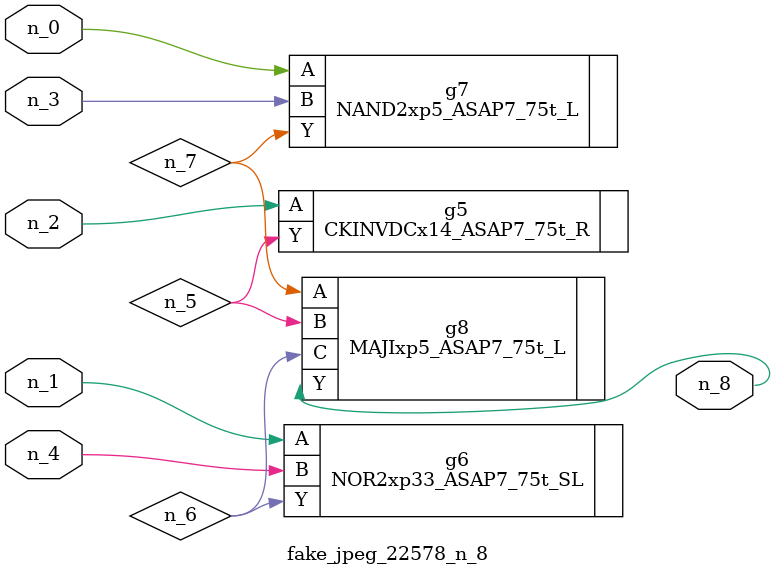
<source format=v>
module fake_jpeg_22578_n_8 (n_3, n_2, n_1, n_0, n_4, n_8);

input n_3;
input n_2;
input n_1;
input n_0;
input n_4;

output n_8;

wire n_6;
wire n_5;
wire n_7;

CKINVDCx14_ASAP7_75t_R g5 ( 
.A(n_2),
.Y(n_5)
);

NOR2xp33_ASAP7_75t_SL g6 ( 
.A(n_1),
.B(n_4),
.Y(n_6)
);

NAND2xp5_ASAP7_75t_L g7 ( 
.A(n_0),
.B(n_3),
.Y(n_7)
);

MAJIxp5_ASAP7_75t_L g8 ( 
.A(n_7),
.B(n_5),
.C(n_6),
.Y(n_8)
);


endmodule
</source>
